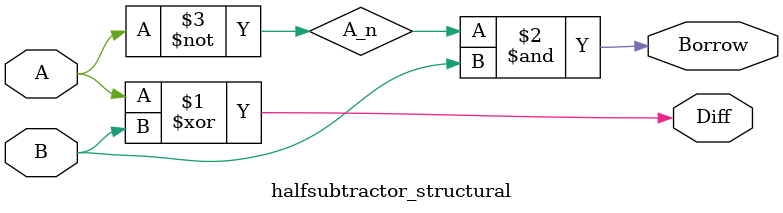
<source format=v>
module halfsubtractor_structural(input A, B, output Diff, Borrow);
  wire A_n;

  xor (Diff, A, B);
  not (A_n, A);
  and (Borrow, A_n, B);
endmodule

</source>
